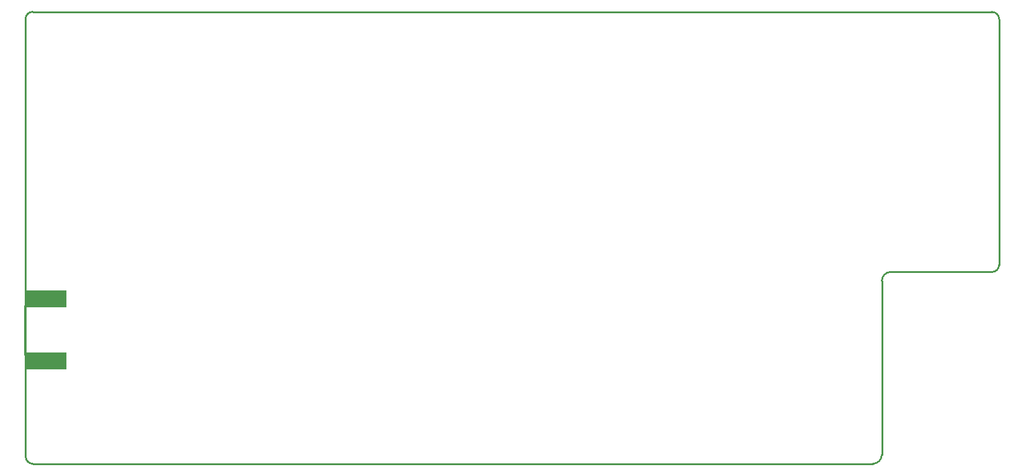
<source format=gbp>
G04*
G04 #@! TF.GenerationSoftware,Altium Limited,Altium Designer,22.0.2 (36)*
G04*
G04 Layer_Color=128*
%FSLAX44Y44*%
%MOMM*%
G71*
G04*
G04 #@! TF.SameCoordinates,2F7B36FA-1CAB-4409-8D5E-7B144DD93BD5*
G04*
G04*
G04 #@! TF.FilePolarity,Positive*
G04*
G01*
G75*
%ADD10C,0.1500*%
%ADD12C,0.2540*%
%ADD24R,5.8000X2.4000*%
D10*
X-1000Y153000D02*
Y222000D01*
D12*
X0Y10165D02*
G03*
X10165Y0I10165J0D01*
G01*
X1365000Y625000D02*
G03*
X1355000Y635000I-10000J0D01*
G01*
X9726Y635000D02*
G03*
X0Y625274I0J-9726D01*
G01*
X1355314Y269564D02*
G03*
X1365000Y279250I0J9686D01*
G01*
X1213316Y269564D02*
G03*
X1200616Y256864I0J-12700D01*
G01*
X1187916Y0D02*
G03*
X1200616Y12700I0J12700D01*
G01*
X0Y10165D02*
Y625274D01*
X10165Y0D02*
X907093D01*
X9726Y635000D02*
X1355000Y635000D01*
X1365000Y624840D02*
X1365000Y279250D01*
X1200616Y12700D02*
Y256864D01*
X1365000Y279250D02*
Y281877D01*
X1213316Y269564D02*
X1355314D01*
X1180429Y0D02*
X1187916D01*
X907093D02*
X1180429D01*
D24*
X28000Y144500D02*
D03*
Y231800D02*
D03*
M02*

</source>
